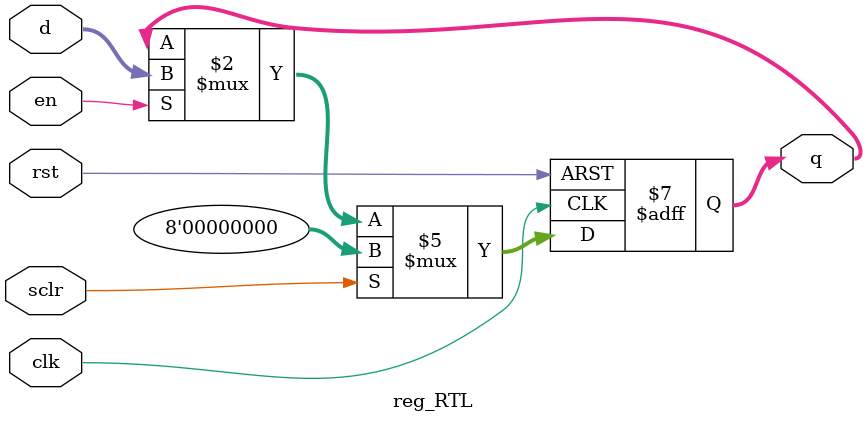
<source format=v>
module reg_RTL
  #( parameter MAX_WIDTH = 8)
   ( input  wire clk,
     input  wire rst,
     input  wire en,
	  input  wire sclr,
     input  wire[MAX_WIDTH-1:0]  d,
     output reg [MAX_WIDTH-1:0]  q);
	
	//Preguntar si asi esta bien :3
	
   always @(posedge clk, posedge rst) begin
     if (rst)
       q <= {MAX_WIDTH{1'b0}};
     else if(sclr)
	  //INCLUIR SYNC CLEAR DENTRO -> ESA SENAL SE PONE EN CERO
       q <= {MAX_WIDTH{1'b0}};
	  else if(en)
	    q <= d;
   end

endmodule

</source>
